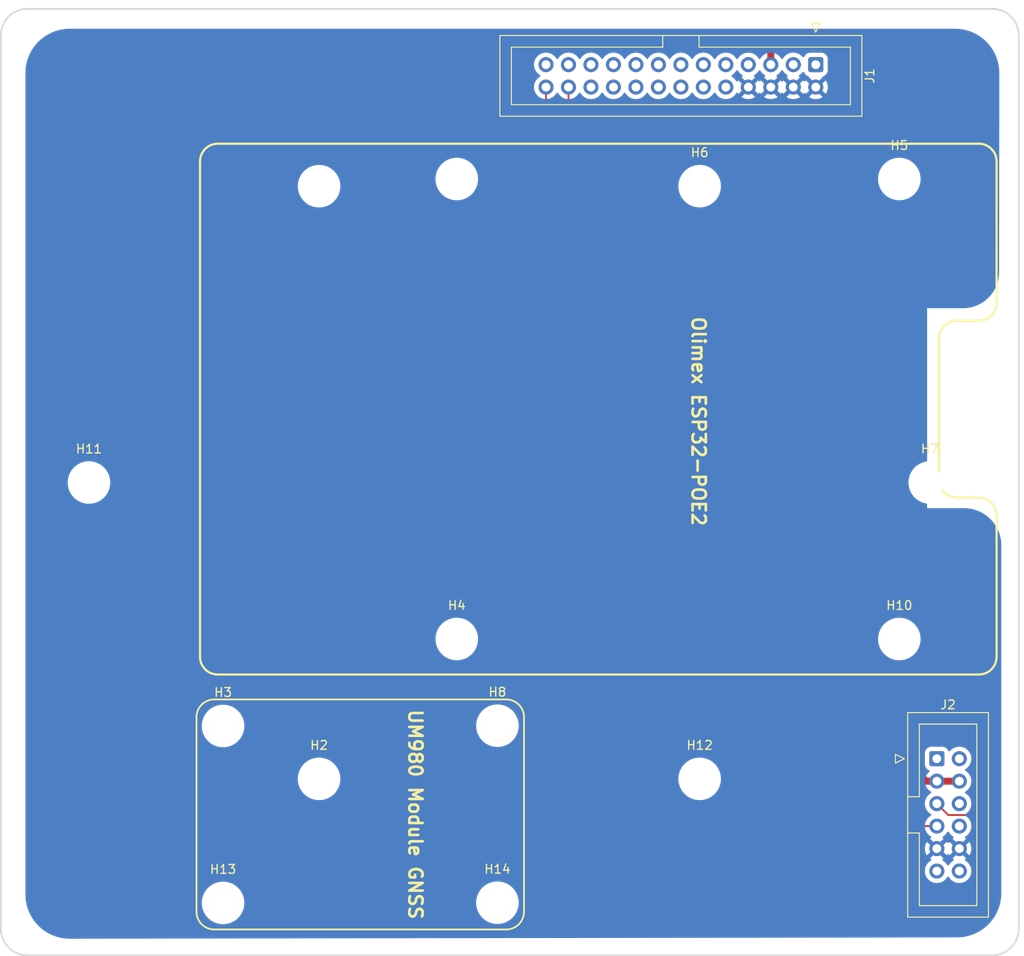
<source format=kicad_pcb>
(kicad_pcb (version 20241229) (generator "pcbnew") (generator_version "9.0")
  (layers (0 "F.Cu" signal) (2 "B.Cu" signal) (13 "F.Paste" user) (15 "B.Paste" user) (5 "F.SilkS" user "F.Silkscreen") (7 "B.SilkS" user "B.Silkscreen") (1 "F.Mask" user) (3 "B.Mask" user) (25 "Edge.Cuts" user))
  (net 0 "")
  (net 10 "/+5V")
  (net 14 "/GND")
  (net 17 "/GPIO15")
  (net 19 "/GPIO14")
  (footprint "MountingHole:MountingHole_3.2mm_M3_DIN965" (layer "F.Cu") (at 121.2 119.8)
    (property "Reference" "H2" (at 0 -3.8 0) (layer "F.SilkS"))
    (property "Value" "MountingHole")
    (pad "" np_thru_hole circle (at 0 0) (size 3.2 3.2) (drill 3.2) (layers "*.Cu" "*.Mask"))
  )
  (footprint "MountingHole:MountingHole_3.2mm_M3_DIN965" (layer "F.Cu") (at 121.2 52.8)
    (property "Reference" "H1" (hide yes))
    (property "Value" "MountingHole")
    (pad "" np_thru_hole circle (at 0 0) (size 3.2 3.2) (drill 3.2) (layers "*.Cu" "*.Mask"))
  )
  (footprint "MountingHole:MountingHole_3.2mm_M3_DIN965" (layer "F.Cu") (at 164.2 119.8)
    (property "Reference" "H12" (at 0 -3.8 0) (layer "F.SilkS"))
    (property "Value" "MountingHole")
    (pad "" np_thru_hole circle (at 0 0) (size 3.2 3.2) (drill 3.2) (layers "*.Cu" "*.Mask"))
  )
  (footprint "MountingHole:MountingHole_3.2mm_M3_DIN965" (layer "F.Cu") (at 136.759999 51.99)
    (property "Reference" "H9" (hide yes))
    (property "Value" "MountingHole")
    (pad "" np_thru_hole circle (at 0 0) (size 3.2 3.2) (drill 3.2) (layers "*.Cu" "*.Mask"))
  )
  (footprint "MountingHole:MountingHole_3.2mm_M3_DIN965" (layer "F.Cu") (at 141.35 133.8)
    (property "Reference" "H14" (at 0 -3.8 0) (layer "F.SilkS"))
    (property "Value" "MountingHole")
    (pad "" np_thru_hole circle (at 0 0) (size 3.2 3.2) (drill 3.2) (layers "*.Cu" "*.Mask"))
  )
  (footprint "Connector_IDC:IDC-Header_2x13_P2.54mm_Vertical" (layer "F.Cu") (at 177.32 39.06 -90)
    (property "Reference" "J1" (at 1.27 -6.1 90) (layer "F.SilkS"))
    (property "Value" "Conn_02x13_Odd_Even")
    (fp_line (start -3.29 35.69) (end -3.29 -5.21) (stroke (width 0.12)) (layer "F.SilkS"))
    (fp_line (start 5.83 35.69) (end -3.29 35.69) (stroke (width 0.12)) (layer "F.SilkS"))
    (fp_line (start -1.98 34.39) (end -1.98 17.29) (stroke (width 0.12)) (layer "F.SilkS"))
    (fp_line (start 4.52 34.39) (end -1.98 34.39) (stroke (width 0.12)) (layer "F.SilkS"))
    (fp_line (start -1.98 17.29) (end -3.29 17.29) (stroke (width 0.12)) (layer "F.SilkS"))
    (fp_line (start -1.98 17.29) (end -1.98 17.29) (stroke (width 0.12)) (layer "F.SilkS"))
    (fp_line (start -3.29 13.19) (end -1.98 13.19) (stroke (width 0.12)) (layer "F.SilkS"))
    (fp_line (start -1.98 13.19) (end -1.98 -3.91) (stroke (width 0.12)) (layer "F.SilkS"))
    (fp_line (start -4.68 0.5) (end -3.68 0) (stroke (width 0.12)) (layer "F.SilkS"))
    (fp_line (start -3.68 0) (end -4.68 -0.5) (stroke (width 0.12)) (layer "F.SilkS"))
    (fp_line (start -4.68 -0.5) (end -4.68 0.5) (stroke (width 0.12)) (layer "F.SilkS"))
    (fp_line (start -1.98 -3.91) (end 4.52 -3.91) (stroke (width 0.12)) (layer "F.SilkS"))
    (fp_line (start 4.52 -3.91) (end 4.52 34.39) (stroke (width 0.12)) (layer "F.SilkS"))
    (fp_line (start -3.29 -5.21) (end 5.83 -5.21) (stroke (width 0.12)) (layer "F.SilkS"))
    (fp_line (start 5.83 -5.21) (end 5.83 35.69) (stroke (width 0.12)) (layer "F.SilkS"))
    (pad "1" thru_hole roundrect (at 0 0 270) (size 1.7 1.7) (drill 1) (layers "*.Cu" "*.Mask") (roundrect_rratio 0.147059))
    (pad "2" thru_hole circle (at 2.54 0 270) (size 1.7 1.7) (drill 1) (layers "*.Cu" "*.Mask") (net 14 "/GND"))
    (pad "3" thru_hole circle (at 0 2.54 270) (size 1.7 1.7) (drill 1) (layers "*.Cu" "*.Mask"))
    (pad "4" thru_hole circle (at 2.54 2.54 270) (size 1.7 1.7) (drill 1) (layers "*.Cu" "*.Mask") (net 14 "/GND"))
    (pad "5" thru_hole circle (at 0 5.08 270) (size 1.7 1.7) (drill 1) (layers "*.Cu" "*.Mask") (net 10 "/+5V"))
    (pad "6" thru_hole circle (at 2.54 5.08 270) (size 1.7 1.7) (drill 1) (layers "*.Cu" "*.Mask") (net 14 "/GND"))
    (pad "7" thru_hole circle (at 0 7.62 270) (size 1.7 1.7) (drill 1) (layers "*.Cu" "*.Mask"))
    (pad "8" thru_hole circle (at 2.54 7.62 270) (size 1.7 1.7) (drill 1) (layers "*.Cu" "*.Mask") (net 14 "/GND"))
    (pad "9" thru_hole circle (at 0 10.16 270) (size 1.7 1.7) (drill 1) (layers "*.Cu" "*.Mask"))
    (pad "10" thru_hole circle (at 2.54 10.16 270) (size 1.7 1.7) (drill 1) (layers "*.Cu" "*.Mask"))
    (pad "11" thru_hole circle (at 0 12.7 270) (size 1.7 1.7) (drill 1) (layers "*.Cu" "*.Mask"))
    (pad "12" thru_hole circle (at 2.54 12.7 270) (size 1.7 1.7) (drill 1) (layers "*.Cu" "*.Mask"))
    (pad "13" thru_hole circle (at 0 15.24 270) (size 1.7 1.7) (drill 1) (layers "*.Cu" "*.Mask"))
    (pad "14" thru_hole circle (at 2.54 15.24 270) (size 1.7 1.7) (drill 1) (layers "*.Cu" "*.Mask"))
    (pad "15" thru_hole circle (at 0 17.78 270) (size 1.7 1.7) (drill 1) (layers "*.Cu" "*.Mask"))
    (pad "16" thru_hole circle (at 2.54 17.78 270) (size 1.7 1.7) (drill 1) (layers "*.Cu" "*.Mask"))
    (pad "17" thru_hole circle (at 0 20.32 270) (size 1.7 1.7) (drill 1) (layers "*.Cu" "*.Mask"))
    (pad "18" thru_hole circle (at 2.54 20.32 270) (size 1.7 1.7) (drill 1) (layers "*.Cu" "*.Mask"))
    (pad "19" thru_hole circle (at 0 22.86 270) (size 1.7 1.7) (drill 1) (layers "*.Cu" "*.Mask"))
    (pad "20" thru_hole circle (at 2.54 22.86 270) (size 1.7 1.7) (drill 1) (layers "*.Cu" "*.Mask"))
    (pad "21" thru_hole circle (at 0 25.4 270) (size 1.7 1.7) (drill 1) (layers "*.Cu" "*.Mask"))
    (pad "22" thru_hole circle (at 2.54 25.4 270) (size 1.7 1.7) (drill 1) (layers "*.Cu" "*.Mask"))
    (pad "23" thru_hole circle (at 0 27.94 270) (size 1.7 1.7) (drill 1) (layers "*.Cu" "*.Mask"))
    (pad "24" thru_hole circle (at 2.54 27.94 270) (size 1.7 1.7) (drill 1) (layers "*.Cu" "*.Mask") (net 17 "/GPIO15"))
    (pad "25" thru_hole circle (at 0 30.48 270) (size 1.7 1.7) (drill 1) (layers "*.Cu" "*.Mask"))
    (pad "26" thru_hole circle (at 2.54 30.48 270) (size 1.7 1.7) (drill 1) (layers "*.Cu" "*.Mask") (net 19 "/GPIO14"))
  )
  (footprint "Connector_IDC:IDC-Header_2x06_P2.54mm_Vertical" (layer "F.Cu") (at 191 117.52)
    (property "Reference" "J2" (at 1.27 -6.1 0) (layer "F.SilkS"))
    (property "Value" "Conn_02x06_Odd_Even")
    (fp_line (start -4.68 -0.5) (end -4.68 0.5) (stroke (width 0.12)) (layer "F.SilkS"))
    (fp_line (start -4.68 0.5) (end -3.68 0) (stroke (width 0.12)) (layer "F.SilkS"))
    (fp_line (start -3.68 0) (end -4.68 -0.5) (stroke (width 0.12)) (layer "F.SilkS"))
    (fp_line (start -3.29 -5.21) (end 5.83 -5.21) (stroke (width 0.12)) (layer "F.SilkS"))
    (fp_line (start -3.29 4.3) (end -1.98 4.3) (stroke (width 0.12)) (layer "F.SilkS"))
    (fp_line (start -3.29 17.91) (end -3.29 -5.21) (stroke (width 0.12)) (layer "F.SilkS"))
    (fp_line (start -1.98 -3.91) (end 4.52 -3.91) (stroke (width 0.12)) (layer "F.SilkS"))
    (fp_line (start -1.98 4.3) (end -1.98 -3.91) (stroke (width 0.12)) (layer "F.SilkS"))
    (fp_line (start -1.98 8.4) (end -3.29 8.4) (stroke (width 0.12)) (layer "F.SilkS"))
    (fp_line (start -1.98 8.4) (end -1.98 8.4) (stroke (width 0.12)) (layer "F.SilkS"))
    (fp_line (start -1.98 16.61) (end -1.98 8.4) (stroke (width 0.12)) (layer "F.SilkS"))
    (fp_line (start 4.52 -3.91) (end 4.52 16.61) (stroke (width 0.12)) (layer "F.SilkS"))
    (fp_line (start 4.52 16.61) (end -1.98 16.61) (stroke (width 0.12)) (layer "F.SilkS"))
    (fp_line (start 5.83 -5.21) (end 5.83 17.91) (stroke (width 0.12)) (layer "F.SilkS"))
    (fp_line (start 5.83 17.91) (end -3.29 17.91) (stroke (width 0.12)) (layer "F.SilkS"))
    (pad "1" thru_hole roundrect (at 0 0) (size 1.7 1.7) (drill 1) (layers "*.Cu" "*.Mask") (roundrect_rratio 0.147059))
    (pad "2" thru_hole circle (at 2.54 0) (size 1.7 1.7) (drill 1) (layers "*.Cu" "*.Mask"))
    (pad "3" thru_hole circle (at 0 2.54) (size 1.7 1.7) (drill 1) (layers "*.Cu" "*.Mask") (net 10 "/+5V"))
    (pad "4" thru_hole circle (at 2.54 2.54) (size 1.7 1.7) (drill 1) (layers "*.Cu" "*.Mask") (net 10 "/+5V"))
    (pad "5" thru_hole circle (at 0 5.08) (size 1.7 1.7) (drill 1) (layers "*.Cu" "*.Mask") (net 19 "/GPIO14"))
    (pad "6" thru_hole circle (at 2.54 5.08) (size 1.7 1.7) (drill 1) (layers "*.Cu" "*.Mask"))
    (pad "7" thru_hole circle (at 0 7.62) (size 1.7 1.7) (drill 1) (layers "*.Cu" "*.Mask") (net 17 "/GPIO15"))
    (pad "8" thru_hole circle (at 2.54 7.62) (size 1.7 1.7) (drill 1) (layers "*.Cu" "*.Mask"))
    (pad "9" thru_hole circle (at 0 10.16) (size 1.7 1.7) (drill 1) (layers "*.Cu" "*.Mask") (net 14 "/GND"))
    (pad "10" thru_hole circle (at 2.54 10.16) (size 1.7 1.7) (drill 1) (layers "*.Cu" "*.Mask") (net 14 "/GND"))
    (pad "11" thru_hole circle (at 0 12.7) (size 1.7 1.7) (drill 1) (layers "*.Cu" "*.Mask"))
    (pad "12" thru_hole circle (at 2.54 12.7) (size 1.7 1.7) (drill 1) (layers "*.Cu" "*.Mask"))
  )
  (footprint "MountingHole:MountingHole_3.2mm_M3_DIN965" (layer "F.Cu") (at 164.2 52.8)
    (property "Reference" "H6" (at 0 -3.8 0) (layer "F.SilkS"))
    (property "Value" "MountingHole")
    (pad "" np_thru_hole circle (at 0 0) (size 3.2 3.2) (drill 3.2) (layers "*.Cu" "*.Mask"))
  )
  (footprint "MountingHole:MountingHole_3.2mm_M3_DIN965" (layer "F.Cu") (at 186.759999 51.99)
    (property "Reference" "H5" (at 0 -3.8 0) (layer "F.SilkS"))
    (property "Value" "MountingHole")
    (pad "" np_thru_hole circle (at 0 0) (size 3.2 3.2) (drill 3.2) (layers "*.Cu" "*.Mask"))
  )
  (footprint "MountingHole:MountingHole_3.2mm_M3_DIN965" (layer "F.Cu") (at 95.2 86.3)
    (property "Reference" "H11" (at 0 -3.8 0) (layer "F.SilkS"))
    (property "Value" "MountingHole")
    (pad "" np_thru_hole circle (at 0 0) (size 3.2 3.2) (drill 3.2) (layers "*.Cu" "*.Mask"))
  )
  (footprint "MountingHole:MountingHole_3.2mm_M3_DIN965" (layer "F.Cu") (at 186.759999 103.99)
    (property "Reference" "H10" (at 0 -3.8 0) (layer "F.SilkS"))
    (property "Value" "MountingHole")
    (pad "" np_thru_hole circle (at 0 0) (size 3.2 3.2) (drill 3.2) (layers "*.Cu" "*.Mask"))
  )
  (footprint "MountingHole:MountingHole_3.2mm_M3_DIN965" (layer "F.Cu") (at 190.2 86.3)
    (property "Reference" "H7" (at 0 -3.8 0) (layer "F.SilkS"))
    (property "Value" "MountingHole")
    (pad "" np_thru_hole circle (at 0 0) (size 3.2 3.2) (drill 3.2) (layers "*.Cu" "*.Mask"))
  )
  (footprint "MountingHole:MountingHole_3.2mm_M3_DIN965" (layer "F.Cu") (at 136.759999 103.99)
    (property "Reference" "H4" (at 0 -3.8 0) (layer "F.SilkS"))
    (property "Value" "MountingHole")
    (pad "" np_thru_hole circle (at 0 0) (size 3.2 3.2) (drill 3.2) (layers "*.Cu" "*.Mask"))
  )
  (footprint "MountingHole:MountingHole_3.2mm_M3_DIN965" (layer "F.Cu") (at 110.352 133.821971)
    (property "Reference" "H13" (at 0 -3.8 0) (layer "F.SilkS"))
    (property "Value" "MountingHole")
    (pad "" np_thru_hole circle (at 0 0) (size 3.2 3.2) (drill 3.2) (layers "*.Cu" "*.Mask"))
  )
  (footprint "MountingHole:MountingHole_3.2mm_M3_DIN965" (layer "F.Cu") (at 141.35 113.79)
    (property "Reference" "H8" (at 0 -3.8 0) (layer "F.SilkS"))
    (property "Value" "MountingHole")
    (pad "" np_thru_hole circle (at 0 0) (size 3.2 3.2) (drill 3.2) (layers "*.Cu" "*.Mask"))
  )
  (footprint "MountingHole:MountingHole_3.2mm_M3_DIN965" (layer "F.Cu") (at 110.352 113.821971)
    (property "Reference" "H3" (at 0 -3.8 0) (layer "F.SilkS"))
    (property "Value" "MountingHole")
    (pad "" np_thru_hole circle (at 0 0) (size 3.2 3.2) (drill 3.2) (layers "*.Cu" "*.Mask"))
  )
  (gr_arc (start 197.750001 65.999999) (mid 197.164214 67.414213) (end 195.75 68) (stroke (width 0.254)) (layer "F.SilkS"))
  (gr_line (start 109.750001 47.999998) (end 195.75 47.999998) (stroke (width 0.254)) (layer "F.SilkS"))
  (gr_line (start 195.75 68) (end 193.250002 67.999998) (stroke (width 0.254)) (layer "F.SilkS"))
  (gr_arc (start 109.75 108) (mid 108.335786 107.414213) (end 107.749999 105.999999) (stroke (width 0.254)) (layer "F.SilkS"))
  (gr_line (start 109.352 136.821971) (end 142.352 136.821971) (stroke (width 0.2)) (layer "F.SilkS"))
  (gr_line (start 142.352 136.82197) (end 142.352 136.821971) (stroke (width 0.2)) (layer "F.SilkS"))
  (gr_line (start 107.75 49.999999) (end 107.749999 105.999999) (stroke (width 0.254)) (layer "F.SilkS"))
  (gr_line (start 109.75 108) (end 195.75 108) (stroke (width 0.254)) (layer "F.SilkS"))
  (gr_arc (start 107.75 49.999999) (mid 108.335787 48.585785) (end 109.750001 47.999998) (stroke (width 0.254)) (layer "F.SilkS"))
  (gr_line (start 193.250001 88) (end 195.75 87.999999) (stroke (width 0.254)) (layer "F.SilkS"))
  (gr_arc (start 107.352 112.822) (mid 107.937786 111.407757) (end 109.339371 110.821971) (stroke (width 0.2)) (layer "F.SilkS"))
  (gr_arc (start 197.750001 105.999999) (mid 197.164214 107.414213) (end 195.75 108) (stroke (width 0.254)) (layer "F.SilkS"))
  (gr_circle (center 110.352 113.821971) (end 110.352 112.321971) (stroke (width 0.2)) (fill no) (layer "F.SilkS"))
  (gr_line (start 107.352 112.822) (end 107.352 134.821972) (stroke (width 0.2)) (layer "F.SilkS"))
  (gr_circle (center 141.352 113.821971) (end 141.352 112.321971) (stroke (width 0.2)) (fill no) (layer "F.SilkS"))
  (gr_line (start 191.250001 69.999999) (end 191.25 85.999999) (stroke (width 0.254)) (layer "F.SilkS"))
  (gr_line (start 144.352 134.82197) (end 144.352 112.82195) (stroke (width 0.2)) (layer "F.SilkS"))
  (gr_arc (start 193.250001 88) (mid 191.835787 87.414213) (end 191.25 85.999999) (stroke (width 0.254)) (layer "F.SilkS"))
  (gr_circle (center 141.352 133.821971) (end 141.352 132.321971) (stroke (width 0.2)) (fill no) (layer "F.SilkS"))
  (gr_circle (center 110.352 133.821971) (end 110.352 132.321971) (stroke (width 0.2)) (fill no) (layer "F.SilkS"))
  (gr_line (start 142.35202 110.821971) (end 109.339371 110.821971) (stroke (width 0.2)) (layer "F.SilkS"))
  (gr_arc (start 142.35202 110.821971) (mid 143.766219 111.407752) (end 144.352 112.82195) (stroke (width 0.2)) (layer "F.SilkS"))
  (gr_arc (start 195.75 87.999999) (mid 197.164214 88.585785) (end 197.75 89.999999) (stroke (width 0.254)) (layer "F.SilkS"))
  (gr_line (start 197.750001 49.999999) (end 197.750001 65.999999) (stroke (width 0.254)) (layer "F.SilkS"))
  (gr_arc (start 191.250001 69.999999) (mid 191.835788 68.585785) (end 193.250002 67.999998) (stroke (width 0.254)) (layer "F.SilkS"))
  (gr_arc (start 109.352 136.821971) (mid 107.937786 136.236185) (end 107.352 134.821972) (stroke (width 0.2)) (layer "F.SilkS"))
  (gr_arc (start 144.352 134.82197) (mid 143.766213 136.236184) (end 142.352 136.82197) (stroke (width 0.2)) (layer "F.SilkS"))
  (gr_line (start 197.75 89.999999) (end 197.750001 105.999999) (stroke (width 0.254)) (layer "F.SilkS"))
  (gr_arc (start 195.75 47.999998) (mid 197.164214 48.585785) (end 197.750001 49.999999) (stroke (width 0.254)) (layer "F.SilkS"))
  (gr_line (start 85.25 35.75) (end 85.25 136.75) (stroke (width 0.2)) (layer "Edge.Cuts"))
  (gr_line (start 200.25 136.75) (end 200.25 35.75) (stroke (width 0.2)) (layer "Edge.Cuts"))
  (gr_arc (start 200.25 136.75) (mid 199.37132 138.87132) (end 197.25 139.75) (stroke (width 0.2)) (layer "Edge.Cuts"))
  (gr_line (start 197.25 32.75) (end 88.25 32.75) (stroke (width 0.2)) (layer "Edge.Cuts"))
  (gr_arc (start 88.25 139.75) (mid 86.12868 138.87132) (end 85.25 136.75) (stroke (width 0.2)) (layer "Edge.Cuts"))
  (gr_arc (start 197.25 32.75) (mid 199.37132 33.62868) (end 200.25 35.75) (stroke (width 0.2)) (layer "Edge.Cuts"))
  (gr_line (start 88.25 139.75) (end 197.25 139.75) (stroke (width 0.2)) (layer "Edge.Cuts"))
  (gr_arc (start 85.25 35.75) (mid 86.12868 33.62868) (end 88.25 32.75) (stroke (width 0.2)) (layer "Edge.Cuts"))
  (gr_text "Olimex ESP32-POE2" (at 163.2 67.4 270) (layer "F.SilkS") (effects (font (size 1.5 1.5) (thickness 0.3) (bold yes)) (justify left bottom)))
  (gr_text "UM980 Module GNSS" (at 131.2 111.8 270) (layer "F.SilkS") (effects (font (size 1.5 1.5) (thickness 0.3) (bold yes)) (justify left bottom)))
  (segment (start 172.25 37.24) (end 172.25 36.35) (width 0.79) (layer "F.Cu") (net 10))
  (segment (start 172.24 39.06) (end 172.24 37.25) (width 0.79) (layer "F.Cu") (net 10))
  (segment (start 182.16 112.422081) (end 189.797919 120.06) (width 0.79) (layer "F.Cu") (net 10))
  (segment (start 189.797919 120.06) (end 191 120.06) (width 0.79) (layer "F.Cu") (net 10))
  (segment (start 172.25 36.35) (end 172.24 36.34) (width 0.79) (layer "F.Cu") (net 10))
  (segment (start 172.24 36.34) (end 172.38 36.2) (width 0.79) (layer "F.Cu") (net 10))
  (segment (start 182.16 36.2) (end 182.16 112.422081) (width 0.79) (layer "F.Cu") (net 10))
  (segment (start 191 120.06) (end 193.54 120.06) (width 0.79) (layer "F.Cu") (net 10))
  (segment (start 172.24 37.25) (end 172.25 37.24) (width 0.79) (layer "F.Cu") (net 10))
  (segment (start 172.38 36.2) (end 182.16 36.2) (width 0.79) (layer "F.Cu") (net 10))
  (segment (start 149.38 41.6) (end 149.38 46.58) (width 0.2) (layer "F.Cu") (net 17))
  (segment (start 170.9 125.14) (end 190.44 125.14) (width 0.2) (layer "F.Cu") (net 17))
  (segment (start 170.9 125.14) (end 170.9 46.7) (width 0.2) (layer "F.Cu") (net 17))
  (segment (start 170.8 46.6) (end 170.9 46.7) (width 0.2) (layer "F.Cu") (net 17))
  (segment (start 149.38 46.58) (end 149.4 46.6) (width 0.2) (layer "F.Cu") (net 17))
  (segment (start 149.4 46.6) (end 170.8 46.6) (width 0.2) (layer "F.Cu") (net 17))
  (segment (start 169.7 131.2) (end 169.7 47.3) (width 0.2) (layer "F.Cu") (net 19))
  (segment (start 195.46 123.89) (end 195.51 123.94) (width 0.2) (layer "F.Cu") (net 19))
  (segment (start 191 122.6) (end 192.29 123.89) (width 0.2) (layer "F.Cu") (net 19))
  (segment (start 195.51 132.33) (end 195.53 132.35) (width 0.2) (layer "F.Cu") (net 19))
  (segment (start 192.29 123.89) (end 195.46 123.89) (width 0.2) (layer "F.Cu") (net 19))
  (segment (start 170.85 132.35) (end 169.7 131.2) (width 0.2) (layer "F.Cu") (net 19))
  (segment (start 195.53 132.35) (end 170.85 132.35) (width 0.2) (layer "F.Cu") (net 19))
  (segment (start 195.51 123.94) (end 195.51 132.33) (width 0.2) (layer "F.Cu") (net 19))
  (segment (start 169.7 47.3) (end 146.9 47.3) (width 0.2) (layer "F.Cu") (net 19))
  (segment (start 146.84 47.24) (end 146.84 41.6) (width 0.2) (layer "F.Cu") (net 19))
  (segment (start 146.9 47.3) (end 146.84 47.24) (width 0.2) (layer "F.Cu") (net 19))
  (zone (net 14) (net_name "/GND") (layer "B.Cu") (name "Ground Plane") (connect_pads (clearance 0.5)) (min_thickness 0.25) (fill yes (thermal_gap 0.5) (thermal_bridge_width 0.5) (smoothing fillet) (radius 5))
    (polygon (pts (xy 88.02 35) (xy 88.02 137.88) (xy 198.284 137.714) (xy 198.284 89.2) (xy 189.902 89.2) (xy 189.902 66.594) (xy 198.03 66.594) (xy 198.064101 35)))
  )
)
</source>
